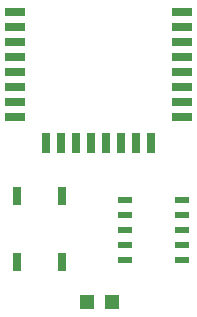
<source format=gbr>
G04 EAGLE Gerber RS-274X export*
G75*
%MOMM*%
%FSLAX34Y34*%
%LPD*%
%INSolderpaste Top*%
%IPPOS*%
%AMOC8*
5,1,8,0,0,1.08239X$1,22.5*%
G01*
%ADD10R,1.778000X0.711200*%
%ADD11R,0.711200X1.778000*%
%ADD12R,0.762000X1.524000*%
%ADD13R,1.200000X1.200000*%
%ADD14R,1.270000X0.508000*%


D10*
X185420Y167380D03*
X185420Y180080D03*
X185420Y192780D03*
X185420Y205480D03*
X185420Y218180D03*
X185420Y230880D03*
X185420Y243580D03*
X185420Y256280D03*
D11*
X159220Y144780D03*
X146520Y144780D03*
X133820Y144780D03*
X121120Y144780D03*
X108420Y144780D03*
X95720Y144780D03*
X83020Y144780D03*
D10*
X44020Y167380D03*
X44020Y180080D03*
X44020Y192780D03*
X44020Y205480D03*
X44020Y218180D03*
X44020Y230880D03*
X44020Y243580D03*
X44020Y256280D03*
D11*
X70320Y144780D03*
D12*
X45720Y44450D03*
X45720Y100330D03*
X83820Y44450D03*
X83820Y100330D03*
D13*
X105070Y10160D03*
X126070Y10160D03*
D14*
X185420Y71120D03*
X185420Y58420D03*
X185420Y45720D03*
X185420Y83820D03*
X185420Y96520D03*
X137160Y96520D03*
X137160Y83820D03*
X137160Y71120D03*
X137160Y58420D03*
X137160Y45720D03*
M02*

</source>
